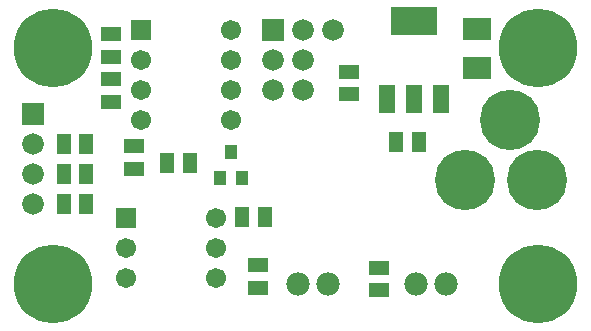
<source format=gts>
G04 (created by PCBNEW (2013-04-19 BZR 4011)-stable) date 12/08/2014 12:26:49*
%MOIN*%
G04 Gerber Fmt 3.4, Leading zero omitted, Abs format*
%FSLAX34Y34*%
G01*
G70*
G90*
G04 APERTURE LIST*
%ADD10C,0*%
%ADD11C,0.262*%
%ADD12R,0.156X0.092*%
%ADD13R,0.052X0.092*%
%ADD14C,0.201*%
%ADD15R,0.067X0.047*%
%ADD16R,0.047X0.067*%
%ADD17R,0.067X0.067*%
%ADD18C,0.067*%
%ADD19R,0.072X0.072*%
%ADD20C,0.072*%
%ADD21R,0.092X0.072*%
%ADD22C,0.078*%
%ADD23R,0.0435X0.0514*%
G04 APERTURE END LIST*
G54D10*
G54D11*
X1574Y-9448D03*
G54D12*
X13600Y-700D03*
G54D13*
X13600Y-3300D03*
X14500Y-3300D03*
X12700Y-3300D03*
G54D11*
X17716Y-9448D03*
X17716Y-1574D03*
X1574Y-1574D03*
G54D14*
X17700Y-6000D03*
X15300Y-6000D03*
X16800Y-4000D03*
G54D15*
X12440Y-8916D03*
X12440Y-9666D03*
X8400Y-8825D03*
X8400Y-9575D03*
G54D16*
X1925Y-6800D03*
X2675Y-6800D03*
X1925Y-5800D03*
X2675Y-5800D03*
X1925Y-4800D03*
X2675Y-4800D03*
G54D17*
X4011Y-7267D03*
G54D18*
X4011Y-8267D03*
X4011Y-9267D03*
X7011Y-9267D03*
X7011Y-8267D03*
X7011Y-7267D03*
G54D19*
X900Y-3800D03*
G54D20*
X900Y-4800D03*
X900Y-5800D03*
X900Y-6800D03*
G54D15*
X11417Y-2380D03*
X11417Y-3130D03*
X3500Y-2625D03*
X3500Y-3375D03*
G54D16*
X13760Y-4724D03*
X13010Y-4724D03*
G54D15*
X3500Y-1125D03*
X3500Y-1875D03*
X4250Y-5615D03*
X4250Y-4865D03*
G54D21*
X15700Y-950D03*
X15700Y-2250D03*
G54D17*
X4500Y-1000D03*
G54D18*
X4500Y-2000D03*
X4500Y-3000D03*
X4500Y-4000D03*
X7500Y-4000D03*
X7500Y-3000D03*
X7500Y-2000D03*
X7500Y-1000D03*
G54D22*
X13673Y-9448D03*
X14673Y-9448D03*
X9736Y-9448D03*
X10736Y-9448D03*
G54D16*
X7865Y-7220D03*
X8615Y-7220D03*
X6115Y-5420D03*
X5365Y-5420D03*
G54D23*
X7500Y-5067D03*
X7875Y-5933D03*
X7125Y-5933D03*
G54D20*
X10900Y-1000D03*
G54D19*
X8900Y-1000D03*
G54D20*
X9900Y-1000D03*
X8900Y-2000D03*
X9900Y-2000D03*
X8900Y-3000D03*
X9900Y-3000D03*
M02*

</source>
